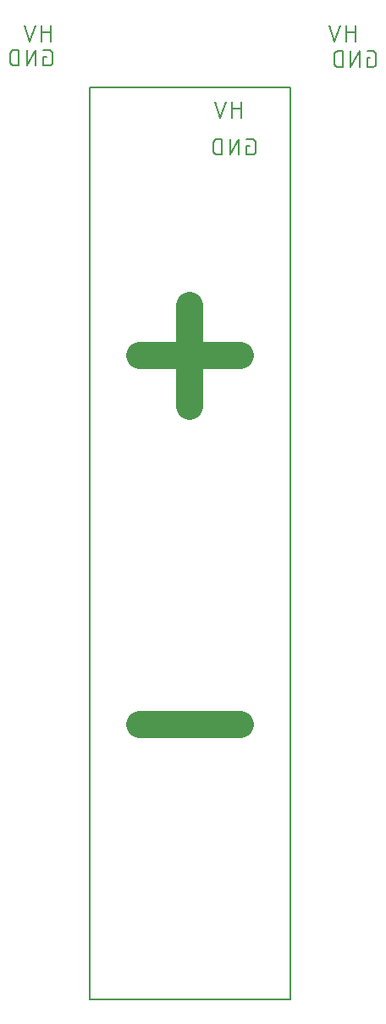
<source format=gbr>
G04 EAGLE Gerber RS-274X export*
G75*
%MOMM*%
%FSLAX34Y34*%
%LPD*%
%INSilkscreen Bottom*%
%IPPOS*%
%AMOC8*
5,1,8,0,0,1.08239X$1,22.5*%
G01*
%ADD10C,2.667000*%
%ADD11C,0.203200*%
%ADD12C,0.127000*%


D10*
X278977Y592808D02*
X178223Y592808D01*
X228600Y542431D02*
X228600Y643184D01*
X278977Y224508D02*
X178223Y224508D01*
D11*
X393888Y906526D02*
X393888Y922274D01*
X393888Y915275D02*
X385139Y915275D01*
X385139Y922274D02*
X385139Y906526D01*
X373361Y906526D02*
X378611Y922274D01*
X368112Y922274D02*
X373361Y906526D01*
X89088Y906526D02*
X89088Y922274D01*
X89088Y915275D02*
X80339Y915275D01*
X80339Y922274D02*
X80339Y906526D01*
X68561Y906526D02*
X73811Y922274D01*
X63312Y922274D02*
X68561Y906526D01*
X279588Y846074D02*
X279588Y830326D01*
X279588Y839075D02*
X270839Y839075D01*
X270839Y846074D02*
X270839Y830326D01*
X259061Y830326D02*
X264311Y846074D01*
X253812Y846074D02*
X259061Y830326D01*
X84774Y891145D02*
X82149Y891145D01*
X82149Y882396D01*
X87398Y882396D01*
X87515Y882398D01*
X87632Y882404D01*
X87748Y882414D01*
X87865Y882427D01*
X87980Y882445D01*
X88095Y882466D01*
X88209Y882491D01*
X88323Y882520D01*
X88435Y882553D01*
X88546Y882590D01*
X88656Y882630D01*
X88764Y882674D01*
X88871Y882721D01*
X88977Y882772D01*
X89080Y882827D01*
X89182Y882885D01*
X89281Y882946D01*
X89379Y883010D01*
X89474Y883078D01*
X89567Y883149D01*
X89658Y883223D01*
X89746Y883300D01*
X89831Y883380D01*
X89914Y883463D01*
X89994Y883548D01*
X90071Y883636D01*
X90145Y883727D01*
X90216Y883820D01*
X90284Y883915D01*
X90348Y884013D01*
X90409Y884112D01*
X90467Y884214D01*
X90522Y884317D01*
X90573Y884423D01*
X90620Y884530D01*
X90664Y884638D01*
X90704Y884748D01*
X90741Y884859D01*
X90774Y884971D01*
X90803Y885085D01*
X90828Y885199D01*
X90849Y885314D01*
X90867Y885430D01*
X90880Y885546D01*
X90890Y885662D01*
X90896Y885779D01*
X90898Y885896D01*
X90898Y894644D01*
X90896Y894761D01*
X90890Y894878D01*
X90880Y894994D01*
X90867Y895110D01*
X90849Y895226D01*
X90828Y895341D01*
X90803Y895455D01*
X90774Y895569D01*
X90741Y895681D01*
X90704Y895792D01*
X90664Y895902D01*
X90620Y896010D01*
X90573Y896117D01*
X90522Y896223D01*
X90467Y896326D01*
X90409Y896428D01*
X90348Y896527D01*
X90284Y896625D01*
X90216Y896720D01*
X90145Y896813D01*
X90071Y896904D01*
X89994Y896992D01*
X89914Y897077D01*
X89831Y897160D01*
X89746Y897240D01*
X89658Y897317D01*
X89567Y897391D01*
X89474Y897462D01*
X89379Y897530D01*
X89281Y897594D01*
X89182Y897655D01*
X89080Y897713D01*
X88977Y897768D01*
X88871Y897819D01*
X88764Y897866D01*
X88656Y897910D01*
X88546Y897950D01*
X88435Y897987D01*
X88323Y898020D01*
X88209Y898049D01*
X88095Y898074D01*
X87980Y898095D01*
X87865Y898113D01*
X87748Y898126D01*
X87632Y898136D01*
X87515Y898142D01*
X87398Y898144D01*
X82149Y898144D01*
X74224Y898144D02*
X74224Y882396D01*
X65476Y882396D02*
X74224Y898144D01*
X65476Y898144D02*
X65476Y882396D01*
X57551Y882396D02*
X57551Y898144D01*
X53177Y898144D01*
X53047Y898142D01*
X52918Y898136D01*
X52789Y898127D01*
X52660Y898113D01*
X52531Y898096D01*
X52403Y898075D01*
X52276Y898050D01*
X52150Y898022D01*
X52024Y897989D01*
X51900Y897953D01*
X51776Y897914D01*
X51654Y897870D01*
X51533Y897823D01*
X51414Y897773D01*
X51296Y897719D01*
X51180Y897661D01*
X51065Y897600D01*
X50953Y897536D01*
X50842Y897469D01*
X50733Y897398D01*
X50627Y897324D01*
X50523Y897247D01*
X50421Y897167D01*
X50322Y897083D01*
X50225Y896997D01*
X50130Y896908D01*
X50039Y896817D01*
X49950Y896722D01*
X49864Y896625D01*
X49780Y896526D01*
X49700Y896424D01*
X49623Y896320D01*
X49549Y896214D01*
X49478Y896105D01*
X49411Y895994D01*
X49347Y895882D01*
X49286Y895767D01*
X49228Y895651D01*
X49174Y895533D01*
X49124Y895414D01*
X49077Y895293D01*
X49033Y895171D01*
X48994Y895047D01*
X48958Y894923D01*
X48925Y894797D01*
X48897Y894671D01*
X48872Y894544D01*
X48851Y894416D01*
X48834Y894287D01*
X48820Y894158D01*
X48811Y894029D01*
X48805Y893900D01*
X48803Y893770D01*
X48802Y893770D02*
X48802Y886770D01*
X48803Y886770D02*
X48805Y886640D01*
X48811Y886511D01*
X48820Y886382D01*
X48834Y886253D01*
X48851Y886124D01*
X48872Y885996D01*
X48897Y885869D01*
X48925Y885743D01*
X48958Y885617D01*
X48994Y885493D01*
X49033Y885369D01*
X49077Y885247D01*
X49124Y885126D01*
X49174Y885007D01*
X49228Y884889D01*
X49286Y884773D01*
X49347Y884658D01*
X49411Y884546D01*
X49478Y884435D01*
X49549Y884326D01*
X49623Y884220D01*
X49700Y884116D01*
X49780Y884014D01*
X49864Y883915D01*
X49950Y883818D01*
X50039Y883723D01*
X50130Y883632D01*
X50225Y883543D01*
X50322Y883457D01*
X50421Y883373D01*
X50523Y883293D01*
X50627Y883216D01*
X50733Y883142D01*
X50842Y883071D01*
X50953Y883004D01*
X51065Y882940D01*
X51180Y882879D01*
X51296Y882821D01*
X51414Y882767D01*
X51533Y882717D01*
X51654Y882670D01*
X51776Y882626D01*
X51900Y882587D01*
X52024Y882551D01*
X52150Y882518D01*
X52276Y882490D01*
X52403Y882465D01*
X52531Y882444D01*
X52660Y882427D01*
X52789Y882413D01*
X52918Y882404D01*
X53047Y882398D01*
X53177Y882396D01*
X57551Y882396D01*
X405999Y889875D02*
X408624Y889875D01*
X405999Y889875D02*
X405999Y881126D01*
X411248Y881126D01*
X411365Y881128D01*
X411482Y881134D01*
X411598Y881144D01*
X411715Y881157D01*
X411830Y881175D01*
X411945Y881196D01*
X412059Y881221D01*
X412173Y881250D01*
X412285Y881283D01*
X412396Y881320D01*
X412506Y881360D01*
X412614Y881404D01*
X412721Y881451D01*
X412827Y881502D01*
X412930Y881557D01*
X413032Y881615D01*
X413131Y881676D01*
X413229Y881740D01*
X413324Y881808D01*
X413417Y881879D01*
X413508Y881953D01*
X413596Y882030D01*
X413681Y882110D01*
X413764Y882193D01*
X413844Y882278D01*
X413921Y882366D01*
X413995Y882457D01*
X414066Y882550D01*
X414134Y882645D01*
X414198Y882743D01*
X414259Y882842D01*
X414317Y882944D01*
X414372Y883047D01*
X414423Y883153D01*
X414470Y883260D01*
X414514Y883368D01*
X414554Y883478D01*
X414591Y883589D01*
X414624Y883701D01*
X414653Y883815D01*
X414678Y883929D01*
X414699Y884044D01*
X414717Y884160D01*
X414730Y884276D01*
X414740Y884392D01*
X414746Y884509D01*
X414748Y884626D01*
X414748Y893374D01*
X414746Y893491D01*
X414740Y893608D01*
X414730Y893724D01*
X414717Y893840D01*
X414699Y893956D01*
X414678Y894071D01*
X414653Y894185D01*
X414624Y894299D01*
X414591Y894411D01*
X414554Y894522D01*
X414514Y894632D01*
X414470Y894740D01*
X414423Y894847D01*
X414372Y894953D01*
X414317Y895056D01*
X414259Y895158D01*
X414198Y895257D01*
X414134Y895355D01*
X414066Y895450D01*
X413995Y895543D01*
X413921Y895634D01*
X413844Y895722D01*
X413764Y895807D01*
X413681Y895890D01*
X413596Y895970D01*
X413508Y896047D01*
X413417Y896121D01*
X413324Y896192D01*
X413229Y896260D01*
X413131Y896324D01*
X413032Y896385D01*
X412930Y896443D01*
X412827Y896498D01*
X412721Y896549D01*
X412614Y896596D01*
X412506Y896640D01*
X412396Y896680D01*
X412285Y896717D01*
X412173Y896750D01*
X412059Y896779D01*
X411945Y896804D01*
X411830Y896825D01*
X411715Y896843D01*
X411598Y896856D01*
X411482Y896866D01*
X411365Y896872D01*
X411248Y896874D01*
X405999Y896874D01*
X398074Y896874D02*
X398074Y881126D01*
X389326Y881126D02*
X398074Y896874D01*
X389326Y896874D02*
X389326Y881126D01*
X381401Y881126D02*
X381401Y896874D01*
X377027Y896874D01*
X376897Y896872D01*
X376768Y896866D01*
X376639Y896857D01*
X376510Y896843D01*
X376381Y896826D01*
X376253Y896805D01*
X376126Y896780D01*
X376000Y896752D01*
X375874Y896719D01*
X375750Y896683D01*
X375626Y896644D01*
X375504Y896600D01*
X375383Y896553D01*
X375264Y896503D01*
X375146Y896449D01*
X375030Y896391D01*
X374915Y896330D01*
X374803Y896266D01*
X374692Y896199D01*
X374583Y896128D01*
X374477Y896054D01*
X374373Y895977D01*
X374271Y895897D01*
X374172Y895813D01*
X374075Y895727D01*
X373980Y895638D01*
X373889Y895547D01*
X373800Y895452D01*
X373714Y895355D01*
X373630Y895256D01*
X373550Y895154D01*
X373473Y895050D01*
X373399Y894944D01*
X373328Y894835D01*
X373261Y894724D01*
X373197Y894612D01*
X373136Y894497D01*
X373078Y894381D01*
X373024Y894263D01*
X372974Y894144D01*
X372927Y894023D01*
X372883Y893901D01*
X372844Y893777D01*
X372808Y893653D01*
X372775Y893527D01*
X372747Y893401D01*
X372722Y893274D01*
X372701Y893146D01*
X372684Y893017D01*
X372670Y892888D01*
X372661Y892759D01*
X372655Y892630D01*
X372653Y892500D01*
X372652Y892500D02*
X372652Y885500D01*
X372653Y885500D02*
X372655Y885370D01*
X372661Y885241D01*
X372670Y885112D01*
X372684Y884983D01*
X372701Y884854D01*
X372722Y884726D01*
X372747Y884599D01*
X372775Y884473D01*
X372808Y884347D01*
X372844Y884223D01*
X372883Y884099D01*
X372927Y883977D01*
X372974Y883856D01*
X373024Y883737D01*
X373078Y883619D01*
X373136Y883503D01*
X373197Y883388D01*
X373261Y883276D01*
X373328Y883165D01*
X373399Y883056D01*
X373473Y882950D01*
X373550Y882846D01*
X373630Y882744D01*
X373714Y882645D01*
X373800Y882548D01*
X373889Y882453D01*
X373980Y882362D01*
X374075Y882273D01*
X374172Y882187D01*
X374271Y882103D01*
X374373Y882023D01*
X374477Y881946D01*
X374583Y881872D01*
X374692Y881801D01*
X374803Y881734D01*
X374915Y881670D01*
X375030Y881609D01*
X375146Y881551D01*
X375264Y881497D01*
X375383Y881447D01*
X375504Y881400D01*
X375626Y881356D01*
X375750Y881317D01*
X375874Y881281D01*
X376000Y881248D01*
X376126Y881220D01*
X376253Y881195D01*
X376381Y881174D01*
X376510Y881157D01*
X376639Y881143D01*
X376768Y881134D01*
X376897Y881128D01*
X377027Y881126D01*
X381401Y881126D01*
X287974Y802245D02*
X285349Y802245D01*
X285349Y793496D01*
X290598Y793496D01*
X290715Y793498D01*
X290832Y793504D01*
X290948Y793514D01*
X291065Y793527D01*
X291180Y793545D01*
X291295Y793566D01*
X291409Y793591D01*
X291523Y793620D01*
X291635Y793653D01*
X291746Y793690D01*
X291856Y793730D01*
X291964Y793774D01*
X292071Y793821D01*
X292177Y793872D01*
X292280Y793927D01*
X292382Y793985D01*
X292481Y794046D01*
X292579Y794110D01*
X292674Y794178D01*
X292767Y794249D01*
X292858Y794323D01*
X292946Y794400D01*
X293031Y794480D01*
X293114Y794563D01*
X293194Y794648D01*
X293271Y794736D01*
X293345Y794827D01*
X293416Y794920D01*
X293484Y795015D01*
X293548Y795113D01*
X293609Y795212D01*
X293667Y795314D01*
X293722Y795417D01*
X293773Y795523D01*
X293820Y795630D01*
X293864Y795738D01*
X293904Y795848D01*
X293941Y795959D01*
X293974Y796071D01*
X294003Y796185D01*
X294028Y796299D01*
X294049Y796414D01*
X294067Y796530D01*
X294080Y796646D01*
X294090Y796762D01*
X294096Y796879D01*
X294098Y796996D01*
X294098Y805744D01*
X294096Y805861D01*
X294090Y805978D01*
X294080Y806094D01*
X294067Y806210D01*
X294049Y806326D01*
X294028Y806441D01*
X294003Y806555D01*
X293974Y806669D01*
X293941Y806781D01*
X293904Y806892D01*
X293864Y807002D01*
X293820Y807110D01*
X293773Y807217D01*
X293722Y807323D01*
X293667Y807426D01*
X293609Y807528D01*
X293548Y807627D01*
X293484Y807725D01*
X293416Y807820D01*
X293345Y807913D01*
X293271Y808004D01*
X293194Y808092D01*
X293114Y808177D01*
X293031Y808260D01*
X292946Y808340D01*
X292858Y808417D01*
X292767Y808491D01*
X292674Y808562D01*
X292579Y808630D01*
X292481Y808694D01*
X292382Y808755D01*
X292280Y808813D01*
X292177Y808868D01*
X292071Y808919D01*
X291964Y808966D01*
X291856Y809010D01*
X291746Y809050D01*
X291635Y809087D01*
X291523Y809120D01*
X291409Y809149D01*
X291295Y809174D01*
X291180Y809195D01*
X291065Y809213D01*
X290948Y809226D01*
X290832Y809236D01*
X290715Y809242D01*
X290598Y809244D01*
X285349Y809244D01*
X277424Y809244D02*
X277424Y793496D01*
X268676Y793496D02*
X277424Y809244D01*
X268676Y809244D02*
X268676Y793496D01*
X260751Y793496D02*
X260751Y809244D01*
X256377Y809244D01*
X256247Y809242D01*
X256118Y809236D01*
X255989Y809227D01*
X255860Y809213D01*
X255731Y809196D01*
X255603Y809175D01*
X255476Y809150D01*
X255350Y809122D01*
X255224Y809089D01*
X255100Y809053D01*
X254976Y809014D01*
X254854Y808970D01*
X254733Y808923D01*
X254614Y808873D01*
X254496Y808819D01*
X254380Y808761D01*
X254265Y808700D01*
X254153Y808636D01*
X254042Y808569D01*
X253933Y808498D01*
X253827Y808424D01*
X253723Y808347D01*
X253621Y808267D01*
X253522Y808183D01*
X253425Y808097D01*
X253330Y808008D01*
X253239Y807917D01*
X253150Y807822D01*
X253064Y807725D01*
X252980Y807626D01*
X252900Y807524D01*
X252823Y807420D01*
X252749Y807314D01*
X252678Y807205D01*
X252611Y807094D01*
X252547Y806982D01*
X252486Y806867D01*
X252428Y806751D01*
X252374Y806633D01*
X252324Y806514D01*
X252277Y806393D01*
X252233Y806271D01*
X252194Y806147D01*
X252158Y806023D01*
X252125Y805897D01*
X252097Y805771D01*
X252072Y805644D01*
X252051Y805516D01*
X252034Y805387D01*
X252020Y805258D01*
X252011Y805129D01*
X252005Y805000D01*
X252003Y804870D01*
X252002Y804870D02*
X252002Y797870D01*
X252003Y797870D02*
X252005Y797740D01*
X252011Y797611D01*
X252020Y797482D01*
X252034Y797353D01*
X252051Y797224D01*
X252072Y797096D01*
X252097Y796969D01*
X252125Y796843D01*
X252158Y796717D01*
X252194Y796593D01*
X252233Y796469D01*
X252277Y796347D01*
X252324Y796226D01*
X252374Y796107D01*
X252428Y795989D01*
X252486Y795873D01*
X252547Y795758D01*
X252611Y795646D01*
X252678Y795535D01*
X252749Y795426D01*
X252823Y795320D01*
X252900Y795216D01*
X252980Y795114D01*
X253064Y795015D01*
X253150Y794918D01*
X253239Y794823D01*
X253330Y794732D01*
X253425Y794643D01*
X253522Y794557D01*
X253621Y794473D01*
X253723Y794393D01*
X253827Y794316D01*
X253933Y794242D01*
X254042Y794171D01*
X254153Y794104D01*
X254265Y794040D01*
X254380Y793979D01*
X254496Y793921D01*
X254614Y793867D01*
X254733Y793817D01*
X254854Y793770D01*
X254976Y793726D01*
X255100Y793687D01*
X255224Y793651D01*
X255350Y793618D01*
X255476Y793590D01*
X255603Y793565D01*
X255731Y793544D01*
X255860Y793527D01*
X255989Y793513D01*
X256118Y793504D01*
X256247Y793498D01*
X256377Y793496D01*
X260751Y793496D01*
D12*
X128600Y860800D02*
X128600Y-49200D01*
X328600Y-49200D02*
X328600Y860800D01*
X128600Y860800D01*
X128600Y-49200D02*
X328600Y-49200D01*
M02*

</source>
